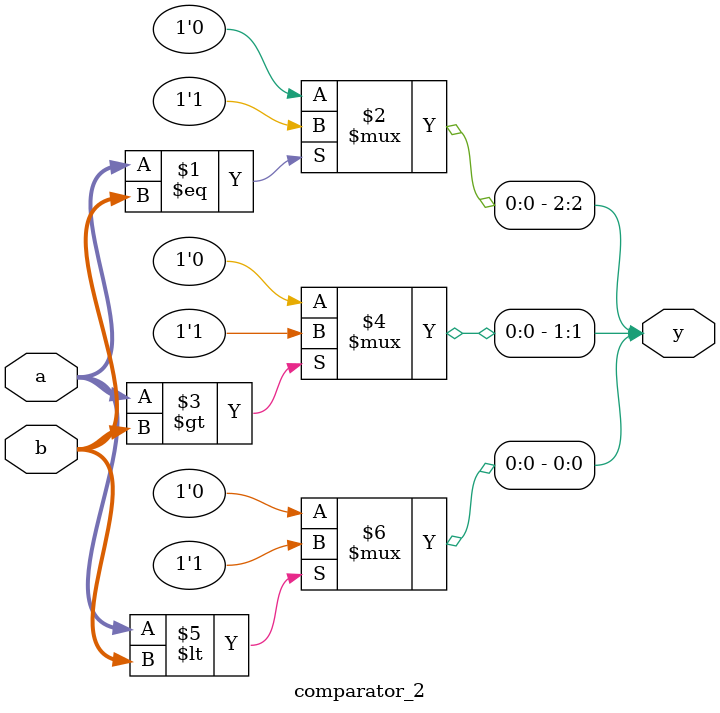
<source format=v>
module comparator_2(a,b,y);
  input [1:0]a;
  input  [1:0]b;
  output [2:0]y;//y[2]=equal,y[1]=greater,y[0]=less
  assign y[2]=(a==b)?1'b1:1'b0;
  assign y[1]=(a>b)?1'b1:1'b0;
  assign y[0]=(a<b)?1'b1:1'b0;
endmodule 
  
  
  
  
</source>
